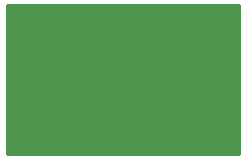
<source format=gbr>
G04 #@! TF.FileFunction,Copper,L1,Top,Signal*
%FSLAX46Y46*%
G04 Gerber Fmt 4.6, Leading zero omitted, Abs format (unit mm)*
G04 Created by KiCad (PCBNEW 4.0.1-stable) date 6/14/2016 12:32:48 PM*
%MOMM*%
G01*
G04 APERTURE LIST*
%ADD10C,0.100000*%
%ADD11C,3.100000*%
%ADD12C,0.254000*%
G04 APERTURE END LIST*
D10*
D11*
X164300000Y-109200000D03*
X155700000Y-109200000D03*
D12*
G36*
X169798000Y-112798000D02*
X150202000Y-112798000D01*
X150202000Y-100202000D01*
X169798000Y-100202000D01*
X169798000Y-112798000D01*
X169798000Y-112798000D01*
G37*
X169798000Y-112798000D02*
X150202000Y-112798000D01*
X150202000Y-100202000D01*
X169798000Y-100202000D01*
X169798000Y-112798000D01*
M02*

</source>
